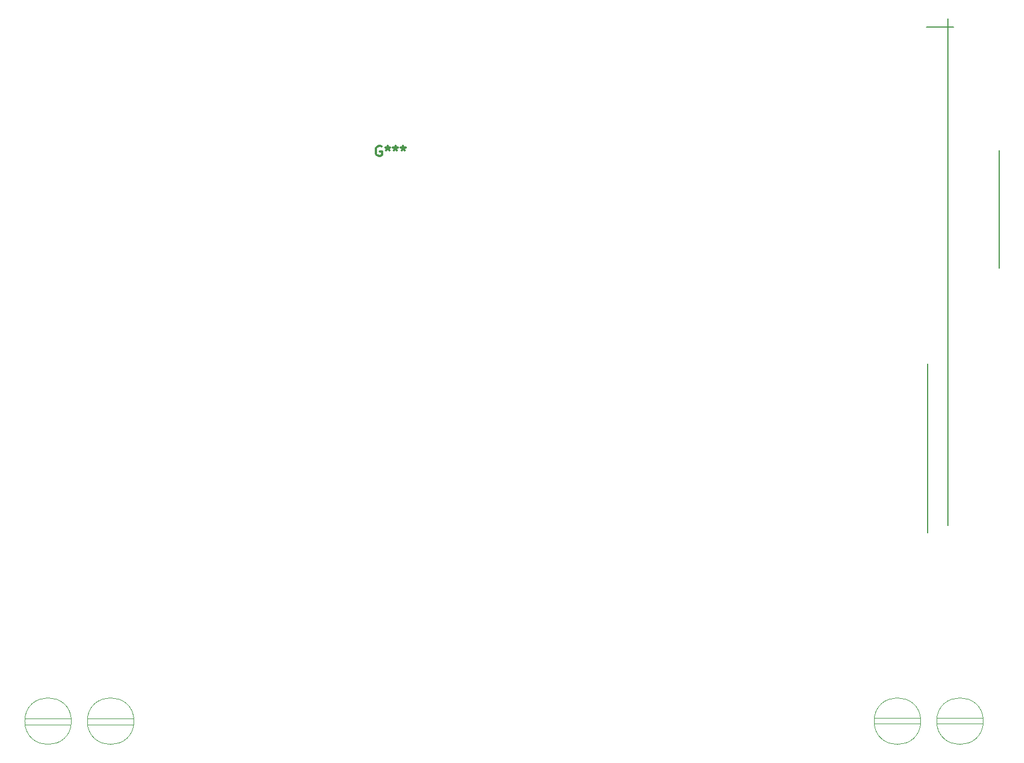
<source format=gbr>
G04 #@! TF.GenerationSoftware,KiCad,Pcbnew,(6.0.5)*
G04 #@! TF.CreationDate,2022-06-02T00:51:26-04:00*
G04 #@! TF.ProjectId,BBB_16,4242425f-3136-42e6-9b69-6361645f7063,v2*
G04 #@! TF.SameCoordinates,Original*
G04 #@! TF.FileFunction,OtherDrawing,Comment*
%FSLAX46Y46*%
G04 Gerber Fmt 4.6, Leading zero omitted, Abs format (unit mm)*
G04 Created by KiCad (PCBNEW (6.0.5)) date 2022-06-02 00:51:26*
%MOMM*%
%LPD*%
G01*
G04 APERTURE LIST*
%ADD10C,0.150000*%
%ADD11C,0.300000*%
%ADD12C,0.120000*%
G04 APERTURE END LIST*
D10*
X211267000Y-115999800D02*
X211267000Y-39799800D01*
X208167000Y-117099800D02*
X208167000Y-91699800D01*
X208067000Y-40999800D02*
X212067000Y-40999800D01*
X218967000Y-60899800D02*
X218967000Y-59599800D01*
X218967000Y-77299800D02*
X218967000Y-60899800D01*
D11*
X126144428Y-58977800D02*
X125999285Y-58905228D01*
X125781571Y-58905228D01*
X125563857Y-58977800D01*
X125418714Y-59122942D01*
X125346142Y-59268085D01*
X125273571Y-59558371D01*
X125273571Y-59776085D01*
X125346142Y-60066371D01*
X125418714Y-60211514D01*
X125563857Y-60356657D01*
X125781571Y-60429228D01*
X125926714Y-60429228D01*
X126144428Y-60356657D01*
X126217000Y-60284085D01*
X126217000Y-59776085D01*
X125926714Y-59776085D01*
X127087857Y-58905228D02*
X127087857Y-59268085D01*
X126725000Y-59122942D02*
X127087857Y-59268085D01*
X127450714Y-59122942D01*
X126870142Y-59558371D02*
X127087857Y-59268085D01*
X127305571Y-59558371D01*
X128249000Y-58905228D02*
X128249000Y-59268085D01*
X127886142Y-59122942D02*
X128249000Y-59268085D01*
X128611857Y-59122942D01*
X128031285Y-59558371D02*
X128249000Y-59268085D01*
X128466714Y-59558371D01*
X129410142Y-58905228D02*
X129410142Y-59268085D01*
X129047285Y-59122942D02*
X129410142Y-59268085D01*
X129773000Y-59122942D01*
X129192428Y-59558371D02*
X129410142Y-59268085D01*
X129627857Y-59558371D01*
D12*
X82067000Y-145899800D02*
X88867000Y-145899800D01*
X79467000Y-144999800D02*
X72667000Y-144999800D01*
X79467000Y-145899800D02*
X72667000Y-145899800D01*
X82067000Y-144999800D02*
X88867000Y-144999800D01*
X79567000Y-145399800D02*
G75*
G03*
X79567000Y-145399800I-3500000J0D01*
G01*
X88968428Y-145399800D02*
G75*
G03*
X88968428Y-145399800I-3501428J0D01*
G01*
X207067000Y-145799800D02*
X200267000Y-145799800D01*
X209667000Y-144899800D02*
X216467000Y-144899800D01*
X209667000Y-145799800D02*
X216467000Y-145799800D01*
X207067000Y-144899800D02*
X200267000Y-144899800D01*
X216567000Y-145399800D02*
G75*
G03*
X216567000Y-145399800I-3500000J0D01*
G01*
X207168428Y-145399800D02*
G75*
G03*
X207168428Y-145399800I-3501428J0D01*
G01*
M02*

</source>
